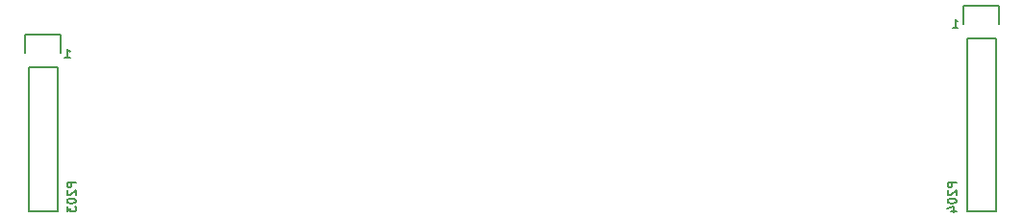
<source format=gbo>
G04 #@! TF.FileFunction,Legend,Bot*
%FSLAX46Y46*%
G04 Gerber Fmt 4.6, Leading zero omitted, Abs format (unit mm)*
G04 Created by KiCad (PCBNEW no-vcs-found-product) date Fri 24 Jul 2015 19:01:22 CEST*
%MOMM*%
G01*
G04 APERTURE LIST*
%ADD10C,0.100000*%
%ADD11C,0.127000*%
%ADD12C,0.150000*%
%ADD13R,2.032000X1.727200*%
%ADD14O,2.032000X1.727200*%
%ADD15R,1.727200X1.727200*%
%ADD16O,1.727200X1.727200*%
%ADD17R,1.727200X2.032000*%
%ADD18O,1.727200X2.032000*%
G04 APERTURE END LIST*
D10*
D11*
X121321286Y-84291714D02*
X121756714Y-84291714D01*
X121539000Y-84291714D02*
X121539000Y-83529714D01*
X121611571Y-83638571D01*
X121684143Y-83711143D01*
X121756714Y-83747429D01*
X199426286Y-81624714D02*
X199861714Y-81624714D01*
X199644000Y-81624714D02*
X199644000Y-80862714D01*
X199716571Y-80971571D01*
X199789143Y-81044143D01*
X199861714Y-81080429D01*
D12*
X118110000Y-85090000D02*
X118110000Y-97790000D01*
X118110000Y-97790000D02*
X120650000Y-97790000D01*
X120650000Y-97790000D02*
X120650000Y-85090000D01*
X117830000Y-82270000D02*
X117830000Y-83820000D01*
X118110000Y-85090000D02*
X120650000Y-85090000D01*
X120930000Y-83820000D02*
X120930000Y-82270000D01*
X120930000Y-82270000D02*
X117830000Y-82270000D01*
X200660000Y-82550000D02*
X200660000Y-97790000D01*
X200660000Y-97790000D02*
X203200000Y-97790000D01*
X203200000Y-97790000D02*
X203200000Y-82550000D01*
X200380000Y-79730000D02*
X200380000Y-81280000D01*
X200660000Y-82550000D02*
X203200000Y-82550000D01*
X203480000Y-81280000D02*
X203480000Y-79730000D01*
X203480000Y-79730000D02*
X200380000Y-79730000D01*
D11*
X122264714Y-95231858D02*
X121502714Y-95231858D01*
X121502714Y-95522143D01*
X121539000Y-95594715D01*
X121575286Y-95631000D01*
X121647857Y-95667286D01*
X121756714Y-95667286D01*
X121829286Y-95631000D01*
X121865571Y-95594715D01*
X121901857Y-95522143D01*
X121901857Y-95231858D01*
X121575286Y-95957572D02*
X121539000Y-95993858D01*
X121502714Y-96066429D01*
X121502714Y-96247858D01*
X121539000Y-96320429D01*
X121575286Y-96356715D01*
X121647857Y-96393000D01*
X121720429Y-96393000D01*
X121829286Y-96356715D01*
X122264714Y-95921286D01*
X122264714Y-96393000D01*
X121502714Y-96864714D02*
X121502714Y-96937286D01*
X121539000Y-97009857D01*
X121575286Y-97046143D01*
X121647857Y-97082429D01*
X121793000Y-97118714D01*
X121974429Y-97118714D01*
X122119571Y-97082429D01*
X122192143Y-97046143D01*
X122228429Y-97009857D01*
X122264714Y-96937286D01*
X122264714Y-96864714D01*
X122228429Y-96792143D01*
X122192143Y-96755857D01*
X122119571Y-96719572D01*
X121974429Y-96683286D01*
X121793000Y-96683286D01*
X121647857Y-96719572D01*
X121575286Y-96755857D01*
X121539000Y-96792143D01*
X121502714Y-96864714D01*
X121502714Y-97372714D02*
X121502714Y-97844428D01*
X121793000Y-97590428D01*
X121793000Y-97699286D01*
X121829286Y-97771857D01*
X121865571Y-97808143D01*
X121938143Y-97844428D01*
X122119571Y-97844428D01*
X122192143Y-97808143D01*
X122228429Y-97771857D01*
X122264714Y-97699286D01*
X122264714Y-97481571D01*
X122228429Y-97409000D01*
X122192143Y-97372714D01*
X199734714Y-95231858D02*
X198972714Y-95231858D01*
X198972714Y-95522143D01*
X199009000Y-95594715D01*
X199045286Y-95631000D01*
X199117857Y-95667286D01*
X199226714Y-95667286D01*
X199299286Y-95631000D01*
X199335571Y-95594715D01*
X199371857Y-95522143D01*
X199371857Y-95231858D01*
X199045286Y-95957572D02*
X199009000Y-95993858D01*
X198972714Y-96066429D01*
X198972714Y-96247858D01*
X199009000Y-96320429D01*
X199045286Y-96356715D01*
X199117857Y-96393000D01*
X199190429Y-96393000D01*
X199299286Y-96356715D01*
X199734714Y-95921286D01*
X199734714Y-96393000D01*
X198972714Y-96864714D02*
X198972714Y-96937286D01*
X199009000Y-97009857D01*
X199045286Y-97046143D01*
X199117857Y-97082429D01*
X199263000Y-97118714D01*
X199444429Y-97118714D01*
X199589571Y-97082429D01*
X199662143Y-97046143D01*
X199698429Y-97009857D01*
X199734714Y-96937286D01*
X199734714Y-96864714D01*
X199698429Y-96792143D01*
X199662143Y-96755857D01*
X199589571Y-96719572D01*
X199444429Y-96683286D01*
X199263000Y-96683286D01*
X199117857Y-96719572D01*
X199045286Y-96755857D01*
X199009000Y-96792143D01*
X198972714Y-96864714D01*
X199226714Y-97771857D02*
X199734714Y-97771857D01*
X198936429Y-97590428D02*
X199480714Y-97409000D01*
X199480714Y-97880714D01*
%LPC*%
D13*
X119380000Y-83820000D03*
D14*
X119380000Y-86360000D03*
X119380000Y-88900000D03*
X119380000Y-91440000D03*
X119380000Y-93980000D03*
X119380000Y-96520000D03*
D13*
X201930000Y-81280000D03*
D14*
X201930000Y-83820000D03*
X201930000Y-86360000D03*
X201930000Y-88900000D03*
X201930000Y-91440000D03*
X201930000Y-93980000D03*
X201930000Y-96520000D03*
D15*
X171069000Y-94234000D03*
D16*
X171069000Y-96774000D03*
X168529000Y-94234000D03*
X168529000Y-96774000D03*
X165989000Y-94234000D03*
X165989000Y-96774000D03*
D17*
X143256000Y-95631000D03*
D18*
X145796000Y-95631000D03*
X148336000Y-95631000D03*
X150876000Y-95631000D03*
X153416000Y-95631000D03*
M02*

</source>
